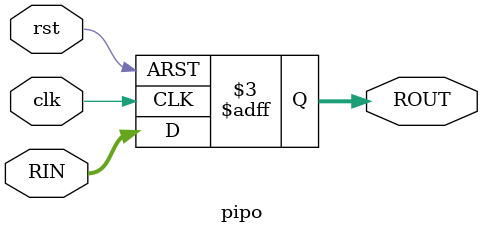
<source format=v>
module pipo(RIN, clk,rst, ROUT);    
input [5:0] RIN;    

input clk,rst;    
output [5:0] ROUT;    
reg [5:0] ROUT;
always @(posedge clk or negedge rst) 
begin  
if(!rst)    
 begin       
 ROUT <= 6'b000000;     
 end  
 else     
 begin        
 ROUT <= RIN;      
 end   
 end
 endmodule 
</source>
